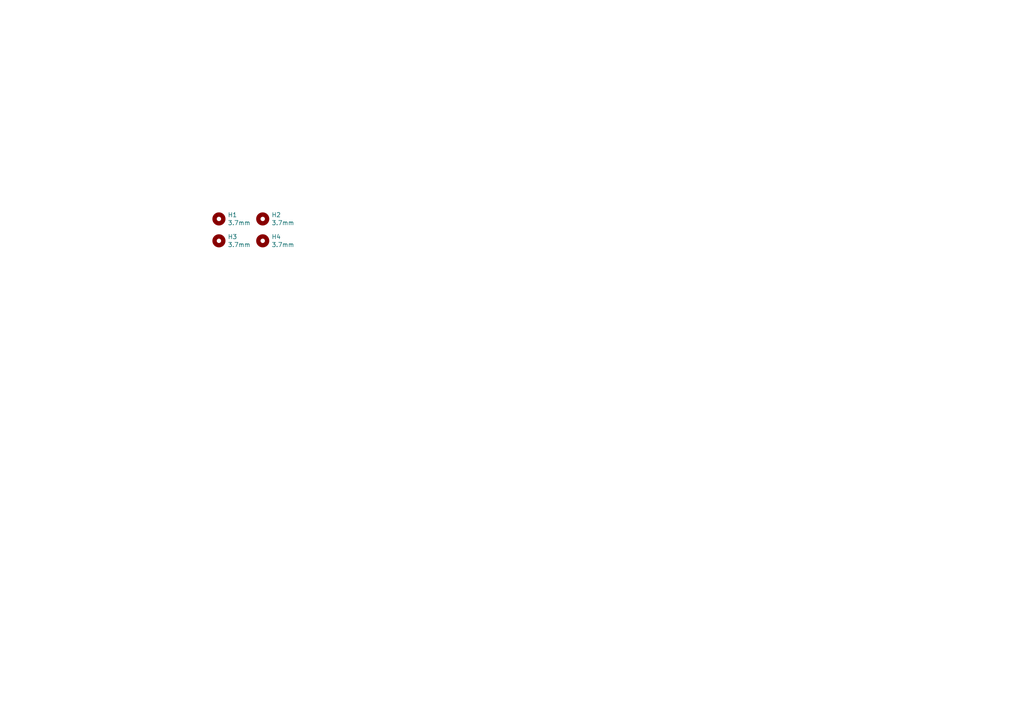
<source format=kicad_sch>
(kicad_sch (version 20210621) (generator eeschema)
  (paper "A4")
  (lib_symbols
    (symbol "Mechanical:MountingHole" (pin_names (offset 1.016))
      (property "Reference" "H" (at 0 5.08 0))
      (property "Value" "MountingHole" (at 0 3.175 0))
      (symbol "MountingHole_0_1"
        (circle (center 0 0) (radius 1.27) (stroke (width 1.27)))
      )
    )
  )
  (symbol (lib_id "Mechanical:MountingHole") (at 63.5 63.5 0) (unit 1)
    (property "Reference" "H1" (at 66.04 62.3316 0) (effects (justify left)))
    (property "Value" "3.7mm" (at 66.04 64.643 0) (effects (justify left)))
    (property "Footprint" "MountingHole:MountingHole_3.7mm" (effects hide))
  )
  (symbol (lib_id "Mechanical:MountingHole") (at 63.5 69.85 0) (unit 1)
    (property "Reference" "H3" (at 66.04 68.6816 0) (effects (justify left)))
    (property "Value" "3.7mm" (at 66.04 70.993 0) (effects (justify left)))
    (property "Footprint" "MountingHole:MountingHole_3.7mm" (effects hide))
  )
  (symbol (lib_id "Mechanical:MountingHole") (at 76.2 63.5 0) (unit 1)
    (property "Reference" "H2" (at 78.74 62.3316 0) (effects (justify left)))
    (property "Value" "3.7mm" (at 78.74 64.643 0) (effects (justify left)))
    (property "Footprint" "MountingHole:MountingHole_3.7mm" (effects hide))
  )
  (symbol (lib_id "Mechanical:MountingHole") (at 76.2 69.85 0) (unit 1)
    (property "Reference" "H4" (at 78.74 68.6816 0) (effects (justify left)))
    (property "Value" "3.7mm" (at 78.74 70.993 0) (effects (justify left)))
    (property "Footprint" "MountingHole:MountingHole_3.7mm" (effects hide))
  )
)
</source>
